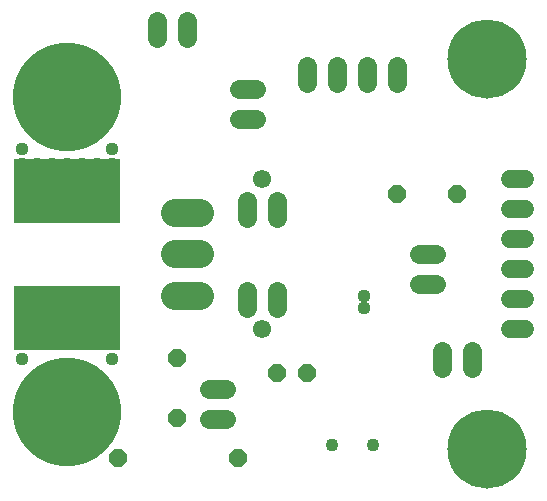
<source format=gbs>
G75*
%MOIN*%
%OFA0B0*%
%FSLAX25Y25*%
%IPPOS*%
%LPD*%
%AMOC8*
5,1,8,0,0,1.08239X$1,22.5*
%
%ADD10C,0.06400*%
%ADD11OC8,0.06000*%
%ADD12R,0.35249X0.21272*%
%ADD13C,0.36233*%
%ADD14C,0.04343*%
%ADD15C,0.09200*%
%ADD16C,0.06000*%
%ADD17C,0.04369*%
%ADD18C,0.26391*%
%ADD19C,0.06115*%
D10*
X0074137Y0034732D02*
X0079737Y0034732D01*
X0079737Y0044732D02*
X0074137Y0044732D01*
X0086937Y0071932D02*
X0086937Y0077532D01*
X0096937Y0077532D02*
X0096937Y0071932D01*
X0096937Y0101932D02*
X0096937Y0107532D01*
X0086937Y0107532D02*
X0086937Y0101932D01*
X0089737Y0134732D02*
X0084137Y0134732D01*
X0084137Y0144732D02*
X0089737Y0144732D01*
X0106937Y0146932D02*
X0106937Y0152532D01*
X0116937Y0152532D02*
X0116937Y0146932D01*
X0126937Y0146932D02*
X0126937Y0152532D01*
X0136937Y0152532D02*
X0136937Y0146932D01*
X0144137Y0089732D02*
X0149737Y0089732D01*
X0149737Y0079732D02*
X0144137Y0079732D01*
X0151937Y0057532D02*
X0151937Y0051932D01*
X0161937Y0051932D02*
X0161937Y0057532D01*
X0066937Y0161932D02*
X0066937Y0167532D01*
X0056937Y0167532D02*
X0056937Y0161932D01*
D11*
X0136937Y0109732D03*
X0156937Y0109732D03*
X0106789Y0050337D03*
X0096789Y0050337D03*
X0083834Y0022013D03*
X0063413Y0035211D03*
X0043834Y0022013D03*
X0063413Y0055211D03*
D12*
X0026937Y0068472D03*
X0026937Y0110992D03*
D13*
X0026937Y0037232D03*
X0026937Y0142232D03*
D14*
X0115052Y0026204D03*
X0128832Y0026204D03*
D15*
X0071137Y0075952D02*
X0062737Y0075952D01*
X0062737Y0089732D02*
X0071137Y0089732D01*
X0071137Y0103511D02*
X0062737Y0103511D01*
D16*
X0174337Y0104732D02*
X0179537Y0104732D01*
X0179537Y0094732D02*
X0174337Y0094732D01*
X0174337Y0084732D02*
X0179537Y0084732D01*
X0179537Y0074732D02*
X0174337Y0074732D01*
X0174337Y0064732D02*
X0179537Y0064732D01*
X0179537Y0114732D02*
X0174337Y0114732D01*
D17*
X0125776Y0075935D03*
X0125776Y0071935D03*
X0041937Y0059732D03*
X0041937Y0054732D03*
X0036937Y0059732D03*
X0031937Y0059732D03*
X0026937Y0059732D03*
X0021937Y0059732D03*
X0016937Y0059732D03*
X0011937Y0059732D03*
X0011937Y0054732D03*
X0011937Y0119732D03*
X0016937Y0119732D03*
X0021937Y0119732D03*
X0026937Y0119732D03*
X0031937Y0119732D03*
X0036937Y0119732D03*
X0041937Y0119732D03*
X0041937Y0124732D03*
X0011937Y0124732D03*
D18*
X0166937Y0154732D03*
X0166937Y0024732D03*
D19*
X0091937Y0064732D03*
X0091937Y0114732D03*
M02*

</source>
